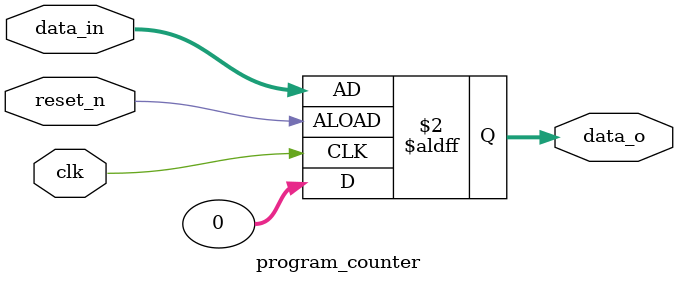
<source format=sv>
module program_counter#( parameter n = 32)(
    
    input logic clk,
    input logic reset_n,
    input logic [n - 1: 0] data_in,
    output logic [n - 1: 0] data_o
    
    );
    
    always_ff @(posedge clk, negedge reset_n) begin 
        if(reset_n) data_o <= 32'b0;
        else begin 
            data_o <= data_in;
        end
    end
endmodule

</source>
